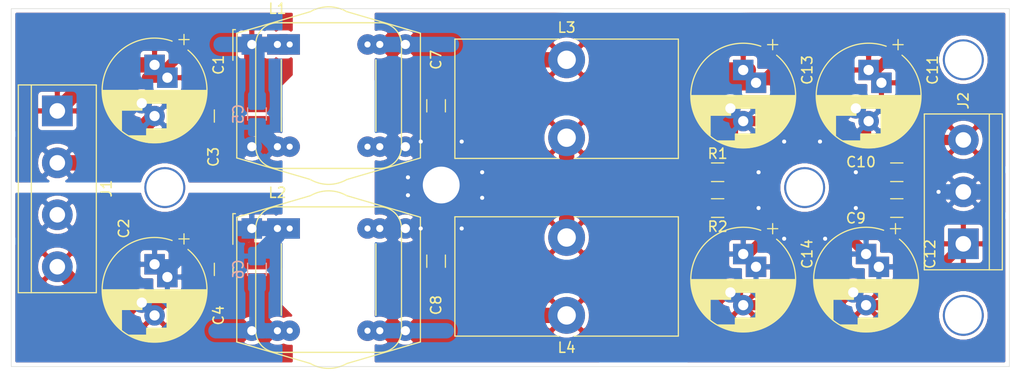
<source format=kicad_pcb>
(kicad_pcb (version 20171130) (host pcbnew "(5.1.4)-1")
  (layers (0 F.Cu signal) (31 B.Cu signal) (34 B.Paste user) (35 F.Paste user) (36 B.SilkS user) (37 F.SilkS user) (38 B.Mask user) (39 F.Mask user) (44 Edge.Cuts user))
  (net 0 "")
  (net 1 /+VP)
  (net 2 /-VP)
  (net 3 /GND_A)
  (net 4 /+VL)
  (net 5 /-VL)
  (net 6 /+VA)
  (net 7 /-VA)
  (net 8 "Net-(C1-Pad2)")
  (net 9 "Net-(C2-Pad1)")
  (module SamacSys_Parts:Choke_Schaffner_RN102_112_204 (layer F.Cu) (at 118.5 136.5)
    (fp_text reference L2 (at 0 -3.5) (layer F.SilkS))
    (fp_text value RN112)
    (pad 3 thru_hole circle (at 1.2 10) (size 2 2) (drill 0.6) (layers *.Cu *.Mask) (net 2 /-VP))
    (pad 4 thru_hole circle (at 8.8 10) (size 2 2) (drill 0.6) (layers *.Cu *.Mask) (net 5 /-VL))
    (pad 1 thru_hole rect (at 1.2 0) (size 2 2) (drill 0.6) (layers *.Cu *.Mask) (net 9 "Net-(C2-Pad1)"))
    (pad 2 thru_hole circle (at 8.8 0) (size 2 2) (drill 0.6) (layers *.Cu *.Mask) (net 3 /GND_A))
    (pad 3 thru_hole circle (at -2.5 10) (size 2 2) (drill 0.9) (layers *.Cu *.Mask) (net 2 /-VP))
    (pad 4 thru_hole circle (at 12.5 10) (size 2 2) (drill 0.9) (layers *.Cu *.Mask) (net 5 /-VL))
    (pad 1 thru_hole rect (at -2.5 0) (size 2 2) (drill 0.9) (layers *.Cu *.Mask) (net 9 "Net-(C2-Pad1)"))
    (pad 2 thru_hole circle (at 12.5 0) (size 2 2) (drill 0.9) (layers *.Cu *.Mask) (net 3 /GND_A))
    (pad 4 thru_hole circle (at 10 10) (size 2 2) (drill 0.7) (layers *.Cu *.Mask) (net 5 /-VL))
    (pad 3 thru_hole circle (at 0 10) (size 2 2) (drill 0.7) (layers *.Cu *.Mask) (net 2 /-VP))
    (pad 2 thru_hole circle (at 10 0) (size 2 2) (drill 0.7) (layers *.Cu *.Mask) (net 3 /GND_A))
    (pad 1 thru_hole rect (at 0 0) (size 2 2) (drill 0.7) (layers *.Cu *.Mask) (net 9 "Net-(C2-Pad1)"))
  )
  (module SamacSys_Parts:Choke_Schaffner_RN102_112_204 (layer F.Cu) (at 118.5 118.5)
    (fp_text reference L1 (at 0 -3.5) (layer F.SilkS))
    (fp_text value RN112)
    (pad 3 thru_hole circle (at 1.2 10) (size 2 2) (drill 0.6) (layers *.Cu *.Mask) (net 8 "Net-(C1-Pad2)"))
    (pad 4 thru_hole circle (at 8.8 10) (size 2 2) (drill 0.6) (layers *.Cu *.Mask) (net 3 /GND_A))
    (pad 1 thru_hole rect (at 1.2 0) (size 2 2) (drill 0.6) (layers *.Cu *.Mask) (net 1 /+VP))
    (pad 2 thru_hole circle (at 8.8 0) (size 2 2) (drill 0.6) (layers *.Cu *.Mask) (net 4 /+VL))
    (pad 3 thru_hole circle (at -2.5 10) (size 2 2) (drill 0.9) (layers *.Cu *.Mask) (net 8 "Net-(C1-Pad2)"))
    (pad 4 thru_hole circle (at 12.5 10) (size 2 2) (drill 0.9) (layers *.Cu *.Mask) (net 3 /GND_A))
    (pad 1 thru_hole rect (at -2.5 0) (size 2 2) (drill 0.9) (layers *.Cu *.Mask) (net 1 /+VP))
    (pad 2 thru_hole circle (at 12.5 0) (size 2 2) (drill 0.9) (layers *.Cu *.Mask) (net 4 /+VL))
    (pad 4 thru_hole circle (at 10 10) (size 2 2) (drill 0.7) (layers *.Cu *.Mask) (net 3 /GND_A))
    (pad 3 thru_hole circle (at 0 10) (size 2 2) (drill 0.7) (layers *.Cu *.Mask) (net 8 "Net-(C1-Pad2)"))
    (pad 2 thru_hole circle (at 10 0) (size 2 2) (drill 0.7) (layers *.Cu *.Mask) (net 4 /+VL))
    (pad 1 thru_hole rect (at 0 0) (size 2 2) (drill 0.7) (layers *.Cu *.Mask) (net 1 /+VP))
  )
  (module TerminalBlock:TerminalBlock_bornier-4_P5.08mm (layer F.Cu) (at 97 125 270)
    (fp_text reference J1 (at 7.6 -4.8 90) (layer F.SilkS))
    (fp_text value Screw_Terminal_01x04)
    (pad 4 thru_hole circle (at 15.24 0 270) (size 3 3) (drill 1.52) (layers *.Cu *.Mask) (net 2 /-VP))
    (pad 1 thru_hole rect (at 0 0 270) (size 3 3) (drill 1.52) (layers *.Cu *.Mask) (net 1 /+VP))
    (pad 3 thru_hole circle (at 10.16 0 270) (size 3 3) (drill 1.52) (layers *.Cu *.Mask) (net 9 "Net-(C2-Pad1)"))
    (pad 2 thru_hole circle (at 5.08 0 270) (size 3 3) (drill 1.52) (layers *.Cu *.Mask) (net 8 "Net-(C1-Pad2)"))
  )
  (module TerminalBlock:TerminalBlock_bornier-3_P5.08mm (layer F.Cu) (at 185.5 138 90)
    (fp_text reference J2 (at 14 0 90) (layer F.SilkS))
    (fp_text value Screw_Terminal_01x03)
    (pad 3 thru_hole circle (at 10.16 0 90) (size 3 3) (drill 1.52) (layers *.Cu *.Mask) (net 6 /+VA))
    (pad 2 thru_hole circle (at 5.08 0 90) (size 3 3) (drill 1.52) (layers *.Cu *.Mask) (net 3 /GND_A))
    (pad 1 thru_hole rect (at 0 0 90) (size 3 3) (drill 1.52) (layers *.Cu *.Mask) (net 7 /-VA))
  )
  (module SamacSys_Parts:R_1206_0805_dual (layer F.Cu) (at 161.5 134.5 180)
    (fp_text reference R2 (at 0 -1.82) (layer F.SilkS))
    (fp_text value R)
    (pad 1 smd roundrect (at -1.3 0 180) (size 1.8 1.75) (layers F.Cu F.Paste F.Mask) (roundrect_rratio 0.175) (net 3 /GND_A))
    (pad 2 smd roundrect (at 1.3 0 180) (size 1.8 1.75) (layers F.Cu F.Paste F.Mask) (roundrect_rratio 0.175) (net 7 /-VA))
  )
  (module SamacSys_Parts:R_1206_0805_dual (layer F.Cu) (at 161.5 131)
    (fp_text reference R1 (at 0 -1.82) (layer F.SilkS))
    (fp_text value R)
    (pad 1 smd roundrect (at -1.3 0) (size 1.8 1.75) (layers F.Cu F.Paste F.Mask) (roundrect_rratio 0.175) (net 6 /+VA))
    (pad 2 smd roundrect (at 1.3 0) (size 1.8 1.75) (layers F.Cu F.Paste F.Mask) (roundrect_rratio 0.175) (net 3 /GND_A))
  )
  (module Inductor_THT:L_Toroid_Vertical_L21.6mm_W11.4mm_P7.62mm_Pulse_KM-3 (layer F.Cu) (at 146.75 145 180)
    (fp_text reference L4 (at 0 -3.155) (layer F.SilkS))
    (fp_text value 2124-V-RC)
    (pad 1 thru_hole circle (at 0 0 180) (size 3.6 3.6) (drill 1.8) (layers *.Cu *.Mask) (net 5 /-VL))
    (pad 2 thru_hole circle (at 0 7.62 180) (size 3.6 3.6) (drill 1.8) (layers *.Cu *.Mask) (net 7 /-VA))
  )
  (module Inductor_THT:L_Toroid_Vertical_L21.6mm_W11.4mm_P7.62mm_Pulse_KM-3 (layer F.Cu) (at 146.75 120)
    (fp_text reference L3 (at 0 -3.155) (layer F.SilkS))
    (fp_text value 2124-V-RC)
    (pad 1 thru_hole circle (at 0 0) (size 3.6 3.6) (drill 1.8) (layers *.Cu *.Mask) (net 4 /+VL))
    (pad 2 thru_hole circle (at 0 7.62) (size 3.6 3.6) (drill 1.8) (layers *.Cu *.Mask) (net 6 /+VA))
  )
  (module SamacSys_Parts:CP_Radial_D10.0mm_P3.5_5 (layer F.Cu) (at 164 139 270)
    (fp_text reference C14 (at 0 -6.25 90) (layer F.SilkS))
    (fp_text value CP)
    (pad 1 thru_hole rect (at 0 0 270) (size 2 2) (drill 1) (layers *.Cu *.Mask) (net 3 /GND_A))
    (pad 2 thru_hole circle (at 5 0 270) (size 2 2) (drill 1) (layers *.Cu *.Mask) (net 7 /-VA))
    (pad 1 thru_hole rect (at 1.25 -1.25 270) (size 2 2) (drill 1) (layers *.Cu *.Mask) (net 3 /GND_A))
    (pad 2 thru_hole circle (at 3.75 1.25 270) (size 2 2) (drill 1) (layers *.Cu *.Mask) (net 7 /-VA))
  )
  (module SamacSys_Parts:CP_Radial_D10.0mm_P3.5_5 (layer F.Cu) (at 164 121 270)
    (fp_text reference C13 (at 0 -6.25 90) (layer F.SilkS))
    (fp_text value CP)
    (pad 1 thru_hole rect (at 0 0 270) (size 2 2) (drill 1) (layers *.Cu *.Mask) (net 6 /+VA))
    (pad 2 thru_hole circle (at 5 0 270) (size 2 2) (drill 1) (layers *.Cu *.Mask) (net 3 /GND_A))
    (pad 1 thru_hole rect (at 1.25 -1.25 270) (size 2 2) (drill 1) (layers *.Cu *.Mask) (net 6 /+VA))
    (pad 2 thru_hole circle (at 3.75 1.25 270) (size 2 2) (drill 1) (layers *.Cu *.Mask) (net 3 /GND_A))
  )
  (module SamacSys_Parts:CP_Radial_D10.0mm_P3.5_5 (layer F.Cu) (at 176 139 270)
    (fp_text reference C12 (at 0 -6.25 90) (layer F.SilkS))
    (fp_text value CP)
    (pad 1 thru_hole rect (at 0 0 270) (size 2 2) (drill 1) (layers *.Cu *.Mask) (net 3 /GND_A))
    (pad 2 thru_hole circle (at 5 0 270) (size 2 2) (drill 1) (layers *.Cu *.Mask) (net 7 /-VA))
    (pad 1 thru_hole rect (at 1.25 -1.25 270) (size 2 2) (drill 1) (layers *.Cu *.Mask) (net 3 /GND_A))
    (pad 2 thru_hole circle (at 3.75 1.25 270) (size 2 2) (drill 1) (layers *.Cu *.Mask) (net 7 /-VA))
  )
  (module SamacSys_Parts:CP_Radial_D10.0mm_P3.5_5 (layer F.Cu) (at 176.25 121 270)
    (fp_text reference C11 (at 0 -6.25 90) (layer F.SilkS))
    (fp_text value CP)
    (pad 1 thru_hole rect (at 0 0 270) (size 2 2) (drill 1) (layers *.Cu *.Mask) (net 6 /+VA))
    (pad 2 thru_hole circle (at 5 0 270) (size 2 2) (drill 1) (layers *.Cu *.Mask) (net 3 /GND_A))
    (pad 1 thru_hole rect (at 1.25 -1.25 270) (size 2 2) (drill 1) (layers *.Cu *.Mask) (net 6 /+VA))
    (pad 2 thru_hole circle (at 3.75 1.25 270) (size 2 2) (drill 1) (layers *.Cu *.Mask) (net 3 /GND_A))
  )
  (module SamacSys_Parts:C_1206_0805_dual (layer F.Cu) (at 179 134.5)
    (fp_text reference C10 (at -3.5 -4.5) (layer F.SilkS))
    (fp_text value C)
    (pad 1 smd roundrect (at -1.3 0) (size 1.8 1.75) (layers F.Cu F.Paste F.Mask) (roundrect_rratio 0.175) (net 3 /GND_A))
    (pad 2 smd roundrect (at 1.3 0) (size 1.8 1.75) (layers F.Cu F.Paste F.Mask) (roundrect_rratio 0.175) (net 7 /-VA))
  )
  (module SamacSys_Parts:C_1206_0805_dual (layer F.Cu) (at 179 131 180)
    (fp_text reference C9 (at 4 -4.5) (layer F.SilkS))
    (fp_text value C)
    (pad 1 smd roundrect (at -1.3 0 180) (size 1.8 1.75) (layers F.Cu F.Paste F.Mask) (roundrect_rratio 0.175) (net 6 /+VA))
    (pad 2 smd roundrect (at 1.3 0 180) (size 1.8 1.75) (layers F.Cu F.Paste F.Mask) (roundrect_rratio 0.175) (net 3 /GND_A))
  )
  (module SamacSys_Parts:C_1206_0805_dual (layer F.Cu) (at 134 139.7 270)
    (fp_text reference C8 (at 4.3 0 90) (layer F.SilkS))
    (fp_text value C)
    (pad 1 smd roundrect (at -1.3 0 270) (size 1.8 1.75) (layers F.Cu F.Paste F.Mask) (roundrect_rratio 0.175) (net 3 /GND_A))
    (pad 2 smd roundrect (at 1.3 0 270) (size 1.8 1.75) (layers F.Cu F.Paste F.Mask) (roundrect_rratio 0.175) (net 5 /-VL))
  )
  (module SamacSys_Parts:C_1206_0805_dual (layer F.Cu) (at 134 124.5 270)
    (fp_text reference C7 (at -4.5 0 90) (layer F.SilkS))
    (fp_text value C)
    (pad 1 smd roundrect (at -1.3 0 270) (size 1.8 1.75) (layers F.Cu F.Paste F.Mask) (roundrect_rratio 0.175) (net 4 /+VL))
    (pad 2 smd roundrect (at 1.3 0 270) (size 1.8 1.75) (layers F.Cu F.Paste F.Mask) (roundrect_rratio 0.175) (net 3 /GND_A))
  )
  (module SamacSys_Parts:C_1206_0805_dual (layer B.Cu) (at 116.5 140.5 270)
    (fp_text reference C6 (at 0 1.82 270) (layer B.SilkS) (effects (justify mirror)))
    (fp_text value C)
    (pad 1 smd roundrect (at -1.3 0 270) (size 1.8 1.75) (layers B.Cu B.Paste B.Mask) (roundrect_rratio 0.175) (net 9 "Net-(C2-Pad1)"))
    (pad 2 smd roundrect (at 1.3 0 270) (size 1.8 1.75) (layers B.Cu B.Paste B.Mask) (roundrect_rratio 0.175) (net 2 /-VP))
  )
  (module SamacSys_Parts:C_1206_0805_dual (layer B.Cu) (at 116.5 125.3 270)
    (fp_text reference C5 (at 0 1.82 270) (layer B.SilkS) (effects (justify mirror)))
    (fp_text value C)
    (pad 1 smd roundrect (at -1.3 0 270) (size 1.8 1.75) (layers B.Cu B.Paste B.Mask) (roundrect_rratio 0.175) (net 1 /+VP))
    (pad 2 smd roundrect (at 1.3 0 270) (size 1.8 1.75) (layers B.Cu B.Paste B.Mask) (roundrect_rratio 0.175) (net 8 "Net-(C1-Pad2)"))
  )
  (module SamacSys_Parts:C_1206_0805_dual (layer F.Cu) (at 113.25 140.5 270)
    (fp_text reference C4 (at 4.5 0.5 90) (layer F.SilkS))
    (fp_text value C)
    (pad 1 smd roundrect (at -1.3 0 270) (size 1.8 1.75) (layers F.Cu F.Paste F.Mask) (roundrect_rratio 0.175) (net 9 "Net-(C2-Pad1)"))
    (pad 2 smd roundrect (at 1.3 0 270) (size 1.8 1.75) (layers F.Cu F.Paste F.Mask) (roundrect_rratio 0.175) (net 2 /-VP))
  )
  (module SamacSys_Parts:C_1206_0805_dual (layer F.Cu) (at 113.25 125.5 270)
    (fp_text reference C3 (at 4 1 90) (layer F.SilkS))
    (fp_text value C)
    (pad 1 smd roundrect (at -1.3 0 270) (size 1.8 1.75) (layers F.Cu F.Paste F.Mask) (roundrect_rratio 0.175) (net 1 /+VP))
    (pad 2 smd roundrect (at 1.3 0 270) (size 1.8 1.75) (layers F.Cu F.Paste F.Mask) (roundrect_rratio 0.175) (net 8 "Net-(C1-Pad2)"))
  )
  (module SamacSys_Parts:CP_Radial_D10.0mm_P3.5_5 (layer F.Cu) (at 106.5 140 270)
    (fp_text reference C2 (at -3.5 3 90) (layer F.SilkS))
    (fp_text value CP)
    (pad 1 thru_hole rect (at 0 0 270) (size 2 2) (drill 1) (layers *.Cu *.Mask) (net 9 "Net-(C2-Pad1)"))
    (pad 2 thru_hole circle (at 5 0 270) (size 2 2) (drill 1) (layers *.Cu *.Mask) (net 2 /-VP))
    (pad 1 thru_hole rect (at 1.25 -1.25 270) (size 2 2) (drill 1) (layers *.Cu *.Mask) (net 9 "Net-(C2-Pad1)"))
    (pad 2 thru_hole circle (at 3.75 1.25 270) (size 2 2) (drill 1) (layers *.Cu *.Mask) (net 2 /-VP))
  )
  (module SamacSys_Parts:CP_Radial_D10.0mm_P3.5_5 (layer F.Cu) (at 106.5 120.5 270)
    (fp_text reference C1 (at 0 -6.25 90) (layer F.SilkS))
    (fp_text value CP)
    (pad 1 thru_hole rect (at 0 0 270) (size 2 2) (drill 1) (layers *.Cu *.Mask) (net 1 /+VP))
    (pad 2 thru_hole circle (at 5 0 270) (size 2 2) (drill 1) (layers *.Cu *.Mask) (net 8 "Net-(C1-Pad2)"))
    (pad 1 thru_hole rect (at 1.25 -1.25 270) (size 2 2) (drill 1) (layers *.Cu *.Mask) (net 1 /+VP))
    (pad 2 thru_hole circle (at 3.75 1.25 270) (size 2 2) (drill 1) (layers *.Cu *.Mask) (net 8 "Net-(C1-Pad2)"))
  )
  (gr_line (start 190 115) (end 92.5 115) (layer Edge.Cuts) (width 0.05))
  (gr_line (start 190 150) (end 190 115) (layer Edge.Cuts) (width 0.05))
  (gr_line (start 92.5 150) (end 190 150) (layer Edge.Cuts) (width 0.05))
  (gr_line (start 92.5 115) (end 92.5 150) (layer Edge.Cuts) (width 0.05))
  (via (at 170 132.5) (size 4) (drill 3.6) (layers F.Cu B.Cu) (net 0))
  (via (at 107.5 132.5) (size 4) (drill 3.6) (layers F.Cu B.Cu) (net 0))
  (via (at 185.5 120) (size 4) (drill 3.6) (layers F.Cu B.Cu) (net 0))
  (via (at 185.5 145) (size 4) (drill 3.6) (layers F.Cu B.Cu) (net 0))
  (segment (start 107.75 121.75) (end 105.75 121.75) (width 1) (layer F.Cu) (net 1))
  (segment (start 107.75 121.75) (end 107.75 120.75) (width 1) (layer F.Cu) (net 1))
  (segment (start 107.75 120.75) (end 108.5 120) (width 1) (layer F.Cu) (net 1))
  (segment (start 101.5 120.5) (end 106.5 120.5) (width 1.5) (layer F.Cu) (net 1))
  (segment (start 97 125) (end 101.5 120.5) (width 1.5) (layer F.Cu) (net 1))
  (segment (start 119.7 118.5) (end 117.5 118.5) (width 1.5) (layer B.Cu) (net 1))
  (segment (start 117.5 118.5) (end 113 118.5) (width 1.5) (layer B.Cu) (net 1))
  (segment (start 116.5 119) (end 116 118.5) (width 1.5) (layer B.Cu) (net 1))
  (segment (start 116.5 124) (end 116.5 119) (width 1.5) (layer B.Cu) (net 1))
  (segment (start 119.7 118.5) (end 113.25 118.5) (width 1.5) (layer F.Cu) (net 1))
  (segment (start 116 121.45) (end 113.25 124.2) (width 1.5) (layer F.Cu) (net 1))
  (segment (start 116 118.5) (end 116 121.45) (width 1.5) (layer F.Cu) (net 1))
  (segment (start 105.25 143.75) (end 103.25 143.75) (width 1) (layer F.Cu) (net 2))
  (segment (start 105.25 143.75) (end 107.25 143.75) (width 1) (layer F.Cu) (net 2))
  (segment (start 97 140.24) (end 100.76 144) (width 1.5) (layer F.Cu) (net 2))
  (segment (start 101.01 143.75) (end 105.25 143.75) (width 1.5) (layer F.Cu) (net 2))
  (segment (start 100.76 144) (end 101.01 143.75) (width 1.5) (layer F.Cu) (net 2))
  (segment (start 116.5 146) (end 117 146.5) (width 1.5) (layer B.Cu) (net 2))
  (segment (start 116.5 141.8) (end 116.5 146) (width 1.5) (layer B.Cu) (net 2))
  (segment (start 119.7 146.5) (end 117 146.5) (width 1.5) (layer B.Cu) (net 2))
  (segment (start 117 146.5) (end 112.5 146.5) (width 1.5) (layer B.Cu) (net 2))
  (segment (start 116 146.5) (end 114.5 146.5) (width 1.5) (layer F.Cu) (net 2))
  (segment (start 113.25 145.25) (end 113.25 141.8) (width 1.5) (layer F.Cu) (net 2))
  (segment (start 114.5 146.5) (end 113.25 145.25) (width 1.5) (layer F.Cu) (net 2))
  (segment (start 185.5 132.92) (end 188.08 132.92) (width 1.5) (layer F.Cu) (net 3))
  (segment (start 187.62132 132.92) (end 187.70132 133) (width 1.5) (layer B.Cu) (net 3))
  (segment (start 185.5 132.92) (end 187.62132 132.92) (width 1.5) (layer B.Cu) (net 3))
  (via (at 183.08 132.92) (size 0.8) (drill 0.4) (layers F.Cu B.Cu) (net 3))
  (segment (start 183.08 132.92) (end 185.5 132.92) (width 1) (layer F.Cu) (net 3))
  (via (at 168 128) (size 0.8) (drill 0.4) (layers F.Cu B.Cu) (net 3))
  (via (at 171.5 128) (size 0.8) (drill 0.4) (layers F.Cu B.Cu) (net 3))
  (via (at 175 131) (size 0.8) (drill 0.4) (layers F.Cu B.Cu) (net 3))
  (via (at 175 134.5) (size 0.8) (drill 0.4) (layers F.Cu B.Cu) (net 3))
  (via (at 172 137.5) (size 0.8) (drill 0.4) (layers F.Cu B.Cu) (net 3))
  (via (at 168 137.5) (size 0.8) (drill 0.4) (layers F.Cu B.Cu) (net 3))
  (via (at 165.5 134.5) (size 0.8) (drill 0.4) (layers F.Cu B.Cu) (net 3))
  (via (at 165.5 131) (size 0.8) (drill 0.4) (layers F.Cu B.Cu) (net 3))
  (via (at 132.5 128) (size 0.8) (drill 0.4) (layers F.Cu B.Cu) (net 3))
  (via (at 136.5 128) (size 0.8) (drill 0.4) (layers F.Cu B.Cu) (net 3))
  (via (at 132.5 136.5) (size 0.8) (drill 0.4) (layers F.Cu B.Cu) (net 3))
  (via (at 136.5 136.5) (size 0.8) (drill 0.4) (layers F.Cu B.Cu) (net 3))
  (via (at 138.5 131) (size 0.8) (drill 0.4) (layers F.Cu B.Cu) (net 3))
  (via (at 138.5 133.5) (size 0.8) (drill 0.4) (layers F.Cu B.Cu) (net 3))
  (segment (start 164.5 126) (end 168 126) (width 1) (layer F.Cu) (net 3))
  (segment (start 176 126) (end 176 127.414213) (width 1) (layer F.Cu) (net 3))
  (segment (start 176 139) (end 174 137) (width 1) (layer F.Cu) (net 3))
  (segment (start 164.5 139) (end 166.5 137) (width 1) (layer F.Cu) (net 3))
  (segment (start 185.5 132.92) (end 181.58 132.92) (width 1.5) (layer B.Cu) (net 3))
  (segment (start 183.08 132.92) (end 181.58 132.92) (width 1.5) (layer B.Cu) (net 3))
  (segment (start 181.58 132.92) (end 179.08 132.92) (width 1.5) (layer B.Cu) (net 3))
  (segment (start 127.3 128.5) (end 133.5 128.5) (width 1.5) (layer F.Cu) (net 3))
  (segment (start 127.3 136.5) (end 134 136.5) (width 1.5) (layer F.Cu) (net 3))
  (segment (start 127.3 136.5) (end 135 136.5) (width 1.5) (layer B.Cu) (net 3))
  (segment (start 127.3 128.5) (end 135 128.5) (width 1.5) (layer B.Cu) (net 3))
  (via (at 131.25 131.5) (size 0.8) (drill 0.4) (layers F.Cu B.Cu) (net 3))
  (via (at 131.25 133.25) (size 0.8) (drill 0.4) (layers F.Cu B.Cu) (net 3))
  (via (at 134.5 132.25) (size 4) (drill 3.6) (layers F.Cu B.Cu) (net 3))
  (segment (start 162.75 124.75) (end 162.75 127.75) (width 1.5) (layer F.Cu) (net 3))
  (segment (start 127.3 118.5) (end 135 118.5) (width 1.5) (layer F.Cu) (net 4))
  (segment (start 127.3 118.5) (end 135.5 118.5) (width 1.5) (layer B.Cu) (net 4))
  (segment (start 146.75 120) (end 139.5 120) (width 1.5) (layer F.Cu) (net 4))
  (segment (start 127.3 146.5) (end 134.5 146.5) (width 1.5) (layer F.Cu) (net 5))
  (segment (start 127.3 146.5) (end 135 146.5) (width 1.5) (layer B.Cu) (net 5))
  (segment (start 146.75 145) (end 141.5 145) (width 1.5) (layer F.Cu) (net 5))
  (segment (start 160.2 130.025) (end 160.2 131) (width 1.5) (layer F.Cu) (net 6))
  (segment (start 160.2 122.8) (end 160.2 130.025) (width 1.5) (layer F.Cu) (net 6))
  (segment (start 164.5 121) (end 162 121) (width 1.5) (layer F.Cu) (net 6))
  (segment (start 176 121) (end 177 121) (width 1) (layer F.Cu) (net 6))
  (segment (start 177 121) (end 178 120) (width 1) (layer F.Cu) (net 6))
  (segment (start 165.75 122.25) (end 167.5 120.5) (width 1) (layer F.Cu) (net 6))
  (segment (start 185.5 127.84) (end 182.66 127.84) (width 1) (layer F.Cu) (net 6))
  (segment (start 146.75 127.62) (end 146.75 130.165584) (width 1.5) (layer F.Cu) (net 6))
  (segment (start 161.5 122.25) (end 161.125 121.875) (width 1.5) (layer F.Cu) (net 6))
  (segment (start 165.25 122.25) (end 161.5 122.25) (width 1.5) (layer F.Cu) (net 6))
  (segment (start 162 121) (end 161.125 121.875) (width 1.5) (layer F.Cu) (net 6))
  (segment (start 161.125 121.875) (end 160.2 122.8) (width 1.5) (layer F.Cu) (net 6))
  (segment (start 163.25 142.75) (end 160.75 142.75) (width 1.5) (layer F.Cu) (net 7))
  (segment (start 160.2 142.2) (end 160.2 134.5) (width 1.5) (layer F.Cu) (net 7))
  (segment (start 160.75 142.75) (end 160.2 142.2) (width 1.5) (layer F.Cu) (net 7))
  (segment (start 164.5 144) (end 168 144) (width 1) (layer F.Cu) (net 7))
  (segment (start 174.75 142.75) (end 172.25 142.75) (width 1) (layer F.Cu) (net 7))
  (segment (start 176 144) (end 180.5 144) (width 1) (layer F.Cu) (net 7))
  (segment (start 185.5 138) (end 183 140.5) (width 1) (layer F.Cu) (net 7))
  (segment (start 146.75 137.38) (end 146.75 134) (width 1.5) (layer F.Cu) (net 7))
  (segment (start 101.92 130.08) (end 106.5 125.5) (width 1.5) (layer F.Cu) (net 8))
  (segment (start 97 130.08) (end 101.92 130.08) (width 1.5) (layer F.Cu) (net 8))
  (segment (start 118.4 128.5) (end 116.5 126.6) (width 1.5) (layer B.Cu) (net 8))
  (segment (start 119.7 128.5) (end 118.4 128.5) (width 1.5) (layer B.Cu) (net 8))
  (segment (start 116 128.5) (end 113.5 128.5) (width 1.5) (layer B.Cu) (net 8))
  (segment (start 114.3 126.8) (end 116 128.5) (width 1.5) (layer F.Cu) (net 8))
  (segment (start 113.25 126.8) (end 114.3 126.8) (width 1.5) (layer F.Cu) (net 8))
  (segment (start 119.7 128.5) (end 116 128.5) (width 1.5) (layer F.Cu) (net 8))
  (segment (start 108.5 140) (end 109 139.5) (width 1) (layer B.Cu) (net 9))
  (segment (start 106.5 140) (end 108.5 140) (width 1) (layer B.Cu) (net 9))
  (segment (start 119.7 136.5) (end 112 136.5) (width 1.5) (layer B.Cu) (net 9))
  (segment (start 118.5 137.2) (end 116.5 139.2) (width 1.5) (layer B.Cu) (net 9))
  (segment (start 118.5 136.5) (end 118.5 137.2) (width 1.5) (layer B.Cu) (net 9))
  (segment (start 119.7 136.5) (end 111 136.5) (width 1.5) (layer F.Cu) (net 9))
  (segment (start 113.3 139.2) (end 116 136.5) (width 1.5) (layer F.Cu) (net 9))
  (segment (start 113.25 139.2) (end 113.3 139.2) (width 1.5) (layer F.Cu) (net 9))
  (zone (net 9) (net_name "Net-(C2-Pad1)") (layer F.Cu) (priority 1) (connect_pads (clearance 0.375)) (min_thickness 0.25) (fill yes (arc_segments 32) (thermal_gap 0.375) (thermal_bridge_width 0.5))
    (polygon (pts (xy 92.5 133) (xy 99.5 133) (xy 101.5 133) (xy 103 133) (xy 110 133) (xy 112.5 133) (xy 119 133) (xy 119 140.5) (xy 112.5 140.5) (xy 110.5 142.5) (xy 103 142.5) (xy 103 139) (xy 101.5 137.5) (xy 92.5 137.5)))
  )
  (zone (net 1) (net_name /+VP) (layer F.Cu) (connect_pads (clearance 0.375)) (min_thickness 0.25) (fill yes (arc_segments 32) (thermal_gap 0.375) (thermal_bridge_width 0.5))
    (polygon (pts (xy 92.5 129.5) (xy 118.5 129.5) (xy 118.5 123) (xy 120 121.5) (xy 120 115) (xy 92.5 115)))
  )
  (zone (net 2) (net_name /-VP) (layer F.Cu) (connect_pads (clearance 0.375)) (min_thickness 0.25) (fill yes (arc_segments 32) (thermal_gap 0.375) (thermal_bridge_width 0.5))
    (polygon (pts (xy 92.5 138) (xy 118.5 138) (xy 118.5 143.5) (xy 120 145) (xy 120 150) (xy 92.5 150)))
  )
  (zone (net 3) (net_name /GND_A) (layer F.Cu) (priority 2) (connect_pads (clearance 0.375)) (min_thickness 0.25) (fill yes (arc_segments 32) (thermal_gap 0.375) (thermal_bridge_width 0.5))
    (polygon (pts (xy 128 129) (xy 128 137) (xy 130.5 139.5) (xy 136.5 139.5) (xy 141 135) (xy 141 130) (xy 135.5 124.5) (xy 132.5 124.5)))
  )
  (zone (net 4) (net_name /+VL) (layer F.Cu) (connect_pads (clearance 0.375)) (min_thickness 0.25) (fill yes (arc_segments 32) (thermal_gap 0.375) (thermal_bridge_width 0.5))
    (polygon (pts (xy 128 115) (xy 128 122) (xy 130 124) (xy 136.5 124) (xy 138.5 122) (xy 150 122) (xy 150 115.5)))
  )
  (zone (net 5) (net_name /-VL) (layer F.Cu) (connect_pads (clearance 0.375)) (min_thickness 0.25) (fill yes (arc_segments 32) (thermal_gap 0.375) (thermal_bridge_width 0.5))
    (polygon (pts (xy 128 150.5) (xy 128 144.5) (xy 132.5 140) (xy 136.5 140) (xy 139.5 143) (xy 150 143) (xy 150 150.5)))
  )
  (zone (net 6) (net_name /+VA) (layer F.Cu) (connect_pads (clearance 0.375)) (min_thickness 0.25) (fill yes (arc_segments 32) (thermal_gap 0.375) (thermal_bridge_width 0.5))
    (polygon (pts (xy 144 125.5) (xy 144 132) (xy 161 132) (xy 161 128.5) (xy 152 128.5) (xy 149 125.5)))
  )
  (zone (net 7) (net_name /-VA) (layer F.Cu) (connect_pads (clearance 0.375)) (min_thickness 0.25) (fill yes (arc_segments 32) (thermal_gap 0.375) (thermal_bridge_width 0.5))
    (polygon (pts (xy 144 134) (xy 144 139.5) (xy 149 139.5) (xy 152 136.5) (xy 161 136.5) (xy 161 133) (xy 144 133)))
  )
  (zone (net 6) (net_name /+VA) (layer F.Cu) (connect_pads (clearance 0.375)) (min_thickness 0.25) (fill yes (arc_segments 32) (thermal_gap 0.375) (thermal_bridge_width 0.5))
    (polygon (pts (xy 158.5 115.5) (xy 158.5 123.5) (xy 176.5 123.5) (xy 179 126) (xy 179 132) (xy 182 132) (xy 183.5 130.5) (xy 190 130.5) (xy 190 115)))
  )
  (zone (net 7) (net_name /-VA) (layer F.Cu) (connect_pads (clearance 0.375)) (min_thickness 0.25) (fill yes (arc_segments 32) (thermal_gap 0.375) (thermal_bridge_width 0.5))
    (polygon (pts (xy 158.5 150.5) (xy 158.5 141.5) (xy 179 141.5) (xy 179 140) (xy 179 133.5) (xy 182 133.5) (xy 184 135.5) (xy 190 135.5) (xy 190 150.5)))
  )
  (zone (net 3) (net_name /GND_A) (layer F.Cu) (priority 2) (connect_pads (clearance 0.375)) (min_thickness 0.25) (fill yes (arc_segments 32) (thermal_gap 0.375) (thermal_bridge_width 0.5))
    (polygon (pts (xy 161.5 123.5) (xy 176.5 123.5) (xy 179 126) (xy 179 141.5) (xy 161.5 141.5)))
  )
  (zone (net 3) (net_name /GND_A) (layer B.Cu) (connect_pads (clearance 0.375)) (min_thickness 0.25) (fill yes (arc_segments 32) (thermal_gap 0.375) (thermal_bridge_width 0.5))
    (polygon (pts (xy 128 115) (xy 128 150.5) (xy 190 150.5) (xy 190 115)))
  )
  (zone (net 9) (net_name "Net-(C2-Pad1)") (layer B.Cu) (connect_pads (clearance 0.375)) (min_thickness 0.25) (fill yes (arc_segments 32) (thermal_gap 0.375) (thermal_bridge_width 0.5))
    (polygon (pts (xy 92.5 133) (xy 119 133) (xy 119 150) (xy 92.5 150)))
  )
  (zone (net 3) (net_name /GND_A) (layer F.Cu) (priority 2) (connect_pads (clearance 0.375)) (min_thickness 0.25) (fill yes (arc_segments 32) (thermal_gap 0.375) (thermal_bridge_width 0.5))
    (polygon (pts (xy 183.5 131) (xy 183.5 135) (xy 190 135) (xy 190 131)))
  )
  (zone (net 8) (net_name "Net-(C1-Pad2)") (layer F.Cu) (priority 1) (connect_pads (clearance 0.375)) (min_thickness 0.25) (fill yes (arc_segments 32) (thermal_gap 0.375) (thermal_bridge_width 0.5))
    (polygon (pts (xy 92.5 132) (xy 99.5 131.955834) (xy 101.5 131.955834) (xy 103 131.955834) (xy 110 132) (xy 119 132) (xy 119 125.5) (xy 113 125.5) (xy 110 122.5) (xy 103 122.455834) (xy 103 125.955834) (xy 101.5 127.455834) (xy 92.5 127.455834)))
  )
  (zone (net 8) (net_name "Net-(C1-Pad2)") (layer B.Cu) (connect_pads (clearance 0.375)) (min_thickness 0.25) (fill yes (arc_segments 32) (thermal_gap 0.375) (thermal_bridge_width 0.5))
    (polygon (pts (xy 92.5 115) (xy 119 115) (xy 119 132) (xy 92.5 132)))
  )
)
</source>
